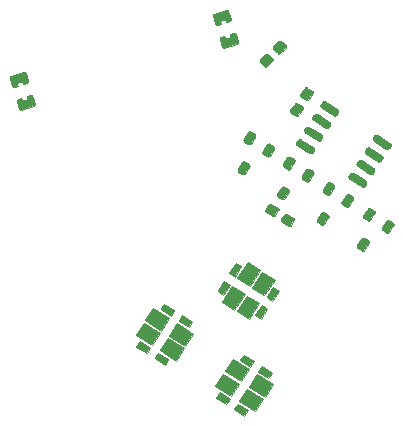
<source format=gtp>
G04 #@! TF.GenerationSoftware,KiCad,Pcbnew,5.0.2+dfsg1-1*
G04 #@! TF.CreationDate,2021-09-10T13:15:43+02:00*
G04 #@! TF.ProjectId,facet_v1,66616365-745f-4763-912e-6b696361645f,rev?*
G04 #@! TF.SameCoordinates,Original*
G04 #@! TF.FileFunction,Paste,Top*
G04 #@! TF.FilePolarity,Positive*
%FSLAX46Y46*%
G04 Gerber Fmt 4.6, Leading zero omitted, Abs format (unit mm)*
G04 Created by KiCad (PCBNEW 5.0.2+dfsg1-1) date Fri 10 Sep 2021 01:15:43 PM CEST*
%MOMM*%
%LPD*%
G01*
G04 APERTURE LIST*
%ADD10C,0.000001*%
G04 APERTURE END LIST*
D10*
G04 #@! TO.C,*
G36*
X9029983Y19894074D02*
X9029986Y19894072D01*
X8989869Y19914961D01*
X8947948Y19928025D01*
X8905183Y19933475D01*
X8862536Y19931524D01*
X8820967Y19922382D01*
X8781436Y19906261D01*
X8744905Y19883371D01*
X8712334Y19853924D01*
X8684683Y19818132D01*
X8630813Y19733882D01*
X8609925Y19693765D01*
X8596861Y19651845D01*
X8591410Y19609082D01*
X8593361Y19566436D01*
X8602503Y19524868D01*
X8618624Y19485338D01*
X8641514Y19448807D01*
X8670961Y19416234D01*
X8706753Y19388581D01*
X9675604Y18769041D01*
X9715720Y18748153D01*
X9757641Y18735090D01*
X9800405Y18729639D01*
X9843052Y18731591D01*
X9884621Y18740732D01*
X9924152Y18756853D01*
X9960683Y18779743D01*
X9993254Y18809189D01*
X10020905Y18844981D01*
X10074775Y18929231D01*
X10095662Y18969348D01*
X10108726Y19011269D01*
X10114176Y19054034D01*
X10112224Y19096681D01*
X10103083Y19138251D01*
X10086961Y19177782D01*
X10064072Y19214313D01*
X10034626Y19246884D01*
X9998835Y19274535D01*
X9029983Y19894074D01*
X9029983Y19894074D01*
G37*
X9029983Y19894074D02*
X9029986Y19894072D01*
X8989869Y19914961D01*
X8947948Y19928025D01*
X8905183Y19933475D01*
X8862536Y19931524D01*
X8820967Y19922382D01*
X8781436Y19906261D01*
X8744905Y19883371D01*
X8712334Y19853924D01*
X8684683Y19818132D01*
X8630813Y19733882D01*
X8609925Y19693765D01*
X8596861Y19651845D01*
X8591410Y19609082D01*
X8593361Y19566436D01*
X8602503Y19524868D01*
X8618624Y19485338D01*
X8641514Y19448807D01*
X8670961Y19416234D01*
X8706753Y19388581D01*
X9675604Y18769041D01*
X9715720Y18748153D01*
X9757641Y18735090D01*
X9800405Y18729639D01*
X9843052Y18731591D01*
X9884621Y18740732D01*
X9924152Y18756853D01*
X9960683Y18779743D01*
X9993254Y18809189D01*
X10020905Y18844981D01*
X10074775Y18929231D01*
X10095662Y18969348D01*
X10108726Y19011269D01*
X10114176Y19054034D01*
X10112224Y19096681D01*
X10103083Y19138251D01*
X10086961Y19177782D01*
X10064072Y19214313D01*
X10034626Y19246884D01*
X9998835Y19274535D01*
X9029983Y19894074D01*
G36*
X8345797Y18824126D02*
X8345790Y18824124D01*
X8305673Y18845013D01*
X8263753Y18858077D01*
X8220989Y18863527D01*
X8178343Y18861576D01*
X8136774Y18852434D01*
X8097244Y18836313D01*
X8060712Y18813423D01*
X8028139Y18783976D01*
X8000486Y18748184D01*
X7946616Y18663934D01*
X7925728Y18623818D01*
X7912665Y18581899D01*
X7907214Y18539136D01*
X7909165Y18496490D01*
X7918307Y18454921D01*
X7934428Y18415391D01*
X7957317Y18378859D01*
X7986764Y18346286D01*
X8022556Y18318633D01*
X8991408Y17699093D01*
X9031524Y17678206D01*
X9073444Y17665142D01*
X9116208Y17659692D01*
X9158855Y17661644D01*
X9200424Y17670785D01*
X9239955Y17686907D01*
X9276486Y17709796D01*
X9309057Y17739242D01*
X9336708Y17775033D01*
X9390578Y17859283D01*
X9411468Y17899400D01*
X9424534Y17941321D01*
X9429986Y17984086D01*
X9428036Y18026733D01*
X9418895Y18068303D01*
X9402774Y18107834D01*
X9379886Y18144365D01*
X9350440Y18176936D01*
X9314648Y18204587D01*
X8345797Y18824126D01*
X8345797Y18824126D01*
G37*
X8345797Y18824126D02*
X8345790Y18824124D01*
X8305673Y18845013D01*
X8263753Y18858077D01*
X8220989Y18863527D01*
X8178343Y18861576D01*
X8136774Y18852434D01*
X8097244Y18836313D01*
X8060712Y18813423D01*
X8028139Y18783976D01*
X8000486Y18748184D01*
X7946616Y18663934D01*
X7925728Y18623818D01*
X7912665Y18581899D01*
X7907214Y18539136D01*
X7909165Y18496490D01*
X7918307Y18454921D01*
X7934428Y18415391D01*
X7957317Y18378859D01*
X7986764Y18346286D01*
X8022556Y18318633D01*
X8991408Y17699093D01*
X9031524Y17678206D01*
X9073444Y17665142D01*
X9116208Y17659692D01*
X9158855Y17661644D01*
X9200424Y17670785D01*
X9239955Y17686907D01*
X9276486Y17709796D01*
X9309057Y17739242D01*
X9336708Y17775033D01*
X9390578Y17859283D01*
X9411468Y17899400D01*
X9424534Y17941321D01*
X9429986Y17984086D01*
X9428036Y18026733D01*
X9418895Y18068303D01*
X9402774Y18107834D01*
X9379886Y18144365D01*
X9350440Y18176936D01*
X9314648Y18204587D01*
X8345797Y18824126D01*
G36*
X7661610Y17754178D02*
X7661612Y17754176D01*
X7621495Y17775065D01*
X7579574Y17788129D01*
X7536809Y17793579D01*
X7494162Y17791628D01*
X7452593Y17782486D01*
X7413062Y17766365D01*
X7376531Y17743475D01*
X7343960Y17714028D01*
X7316309Y17678236D01*
X7262439Y17593986D01*
X7241551Y17553870D01*
X7228487Y17511951D01*
X7223037Y17469188D01*
X7224988Y17426542D01*
X7234129Y17384973D01*
X7250251Y17345443D01*
X7273140Y17308911D01*
X7302587Y17276338D01*
X7338379Y17248685D01*
X8307230Y16629145D01*
X8347346Y16608258D01*
X8389267Y16595194D01*
X8432031Y16589744D01*
X8474678Y16591696D01*
X8516247Y16600837D01*
X8555778Y16616959D01*
X8592309Y16639848D01*
X8624880Y16669294D01*
X8652531Y16705085D01*
X8706401Y16789335D01*
X8727289Y16829452D01*
X8740352Y16871373D01*
X8745802Y16914138D01*
X8743851Y16956785D01*
X8734709Y16998355D01*
X8718588Y17037886D01*
X8695699Y17074417D01*
X8666253Y17106988D01*
X8630461Y17134639D01*
X7661610Y17754178D01*
X7661610Y17754178D01*
G37*
X7661610Y17754178D02*
X7661612Y17754176D01*
X7621495Y17775065D01*
X7579574Y17788129D01*
X7536809Y17793579D01*
X7494162Y17791628D01*
X7452593Y17782486D01*
X7413062Y17766365D01*
X7376531Y17743475D01*
X7343960Y17714028D01*
X7316309Y17678236D01*
X7262439Y17593986D01*
X7241551Y17553870D01*
X7228487Y17511951D01*
X7223037Y17469188D01*
X7224988Y17426542D01*
X7234129Y17384973D01*
X7250251Y17345443D01*
X7273140Y17308911D01*
X7302587Y17276338D01*
X7338379Y17248685D01*
X8307230Y16629145D01*
X8347346Y16608258D01*
X8389267Y16595194D01*
X8432031Y16589744D01*
X8474678Y16591696D01*
X8516247Y16600837D01*
X8555778Y16616959D01*
X8592309Y16639848D01*
X8624880Y16669294D01*
X8652531Y16705085D01*
X8706401Y16789335D01*
X8727289Y16829452D01*
X8740352Y16871373D01*
X8745802Y16914138D01*
X8743851Y16956785D01*
X8734709Y16998355D01*
X8718588Y17037886D01*
X8695699Y17074417D01*
X8666253Y17106988D01*
X8630461Y17134639D01*
X7661610Y17754178D01*
G36*
X6977423Y16684230D02*
X6977416Y16684228D01*
X6937299Y16705117D01*
X6895379Y16718181D01*
X6852615Y16723631D01*
X6809969Y16721680D01*
X6768401Y16712538D01*
X6728870Y16696417D01*
X6692339Y16673527D01*
X6659766Y16644080D01*
X6632113Y16608288D01*
X6578243Y16524038D01*
X6557355Y16483922D01*
X6544291Y16442001D01*
X6538841Y16399237D01*
X6540792Y16356590D01*
X6549933Y16315021D01*
X6566055Y16275490D01*
X6588944Y16238959D01*
X6618391Y16206388D01*
X6654183Y16178737D01*
X7623035Y15559197D01*
X7663151Y15538310D01*
X7705071Y15525246D01*
X7747835Y15519796D01*
X7790482Y15521748D01*
X7832051Y15530889D01*
X7871582Y15547011D01*
X7908113Y15569900D01*
X7940684Y15599346D01*
X7968335Y15635137D01*
X8022205Y15719387D01*
X8043095Y15759504D01*
X8056161Y15801425D01*
X8061613Y15844190D01*
X8059663Y15886837D01*
X8050522Y15928407D01*
X8034401Y15967938D01*
X8011512Y16004469D01*
X7982066Y16037040D01*
X7946275Y16064691D01*
X6977423Y16684230D01*
X6977423Y16684230D01*
G37*
X6977423Y16684230D02*
X6977416Y16684228D01*
X6937299Y16705117D01*
X6895379Y16718181D01*
X6852615Y16723631D01*
X6809969Y16721680D01*
X6768401Y16712538D01*
X6728870Y16696417D01*
X6692339Y16673527D01*
X6659766Y16644080D01*
X6632113Y16608288D01*
X6578243Y16524038D01*
X6557355Y16483922D01*
X6544291Y16442001D01*
X6538841Y16399237D01*
X6540792Y16356590D01*
X6549933Y16315021D01*
X6566055Y16275490D01*
X6588944Y16238959D01*
X6618391Y16206388D01*
X6654183Y16178737D01*
X7623035Y15559197D01*
X7663151Y15538310D01*
X7705071Y15525246D01*
X7747835Y15519796D01*
X7790482Y15521748D01*
X7832051Y15530889D01*
X7871582Y15547011D01*
X7908113Y15569900D01*
X7940684Y15599346D01*
X7968335Y15635137D01*
X8022205Y15719387D01*
X8043095Y15759504D01*
X8056161Y15801425D01*
X8061613Y15844190D01*
X8059663Y15886837D01*
X8050522Y15928407D01*
X8034401Y15967938D01*
X8011512Y16004469D01*
X7982066Y16037040D01*
X7946275Y16064691D01*
X6977423Y16684230D01*
G36*
X13452997Y17065744D02*
X13452990Y17065742D01*
X13412873Y17086630D01*
X13370952Y17099694D01*
X13328188Y17105145D01*
X13285540Y17103193D01*
X13243971Y17094051D01*
X13204440Y17077930D01*
X13167908Y17055041D01*
X13135337Y17025594D01*
X13107686Y16989802D01*
X13053816Y16905552D01*
X13032928Y16865435D01*
X13019864Y16823514D01*
X13014414Y16780750D01*
X13016365Y16738103D01*
X13025507Y16696534D01*
X13041629Y16657004D01*
X13064518Y16620473D01*
X13093964Y16587902D01*
X13129756Y16560251D01*
X14098608Y15940711D01*
X14138724Y15919823D01*
X14180644Y15906760D01*
X14223408Y15901309D01*
X14266055Y15903261D01*
X14307624Y15912402D01*
X14347155Y15928523D01*
X14383686Y15951413D01*
X14416257Y15980859D01*
X14443908Y16016651D01*
X14497778Y16100901D01*
X14518668Y16141018D01*
X14531734Y16182939D01*
X14537186Y16225704D01*
X14535236Y16268351D01*
X14526095Y16309920D01*
X14509974Y16349451D01*
X14487086Y16385982D01*
X14457640Y16418553D01*
X14421848Y16446204D01*
X13452997Y17065744D01*
X13452997Y17065744D01*
G37*
X13452997Y17065744D02*
X13452990Y17065742D01*
X13412873Y17086630D01*
X13370952Y17099694D01*
X13328188Y17105145D01*
X13285540Y17103193D01*
X13243971Y17094051D01*
X13204440Y17077930D01*
X13167908Y17055041D01*
X13135337Y17025594D01*
X13107686Y16989802D01*
X13053816Y16905552D01*
X13032928Y16865435D01*
X13019864Y16823514D01*
X13014414Y16780750D01*
X13016365Y16738103D01*
X13025507Y16696534D01*
X13041629Y16657004D01*
X13064518Y16620473D01*
X13093964Y16587902D01*
X13129756Y16560251D01*
X14098608Y15940711D01*
X14138724Y15919823D01*
X14180644Y15906760D01*
X14223408Y15901309D01*
X14266055Y15903261D01*
X14307624Y15912402D01*
X14347155Y15928523D01*
X14383686Y15951413D01*
X14416257Y15980859D01*
X14443908Y16016651D01*
X14497778Y16100901D01*
X14518668Y16141018D01*
X14531734Y16182939D01*
X14537186Y16225704D01*
X14535236Y16268351D01*
X14526095Y16309920D01*
X14509974Y16349451D01*
X14487086Y16385982D01*
X14457640Y16418553D01*
X14421848Y16446204D01*
X13452997Y17065744D01*
G36*
X12768810Y15995796D02*
X12768812Y15995794D01*
X12728696Y16016682D01*
X12686775Y16029746D01*
X12644010Y16035197D01*
X12601363Y16033245D01*
X12559794Y16024103D01*
X12520263Y16007982D01*
X12483731Y15985093D01*
X12451160Y15955646D01*
X12423509Y15919854D01*
X12369639Y15835604D01*
X12348751Y15795488D01*
X12335688Y15753567D01*
X12330237Y15710803D01*
X12332188Y15668156D01*
X12341330Y15626587D01*
X12357452Y15587056D01*
X12380341Y15550525D01*
X12409787Y15517954D01*
X12445579Y15490303D01*
X13414430Y14870763D01*
X13454546Y14849876D01*
X13496467Y14836812D01*
X13539231Y14831362D01*
X13581878Y14833314D01*
X13623447Y14842455D01*
X13662978Y14858577D01*
X13699509Y14881466D01*
X13732080Y14910912D01*
X13759731Y14946703D01*
X13813601Y15030953D01*
X13834489Y15071070D01*
X13847552Y15112991D01*
X13853002Y15155756D01*
X13851051Y15198403D01*
X13841909Y15239972D01*
X13825788Y15279503D01*
X13802899Y15316034D01*
X13773453Y15348605D01*
X13737661Y15376256D01*
X12768810Y15995796D01*
X12768810Y15995796D01*
G37*
X12768810Y15995796D02*
X12768812Y15995794D01*
X12728696Y16016682D01*
X12686775Y16029746D01*
X12644010Y16035197D01*
X12601363Y16033245D01*
X12559794Y16024103D01*
X12520263Y16007982D01*
X12483731Y15985093D01*
X12451160Y15955646D01*
X12423509Y15919854D01*
X12369639Y15835604D01*
X12348751Y15795488D01*
X12335688Y15753567D01*
X12330237Y15710803D01*
X12332188Y15668156D01*
X12341330Y15626587D01*
X12357452Y15587056D01*
X12380341Y15550525D01*
X12409787Y15517954D01*
X12445579Y15490303D01*
X13414430Y14870763D01*
X13454546Y14849876D01*
X13496467Y14836812D01*
X13539231Y14831362D01*
X13581878Y14833314D01*
X13623447Y14842455D01*
X13662978Y14858577D01*
X13699509Y14881466D01*
X13732080Y14910912D01*
X13759731Y14946703D01*
X13813601Y15030953D01*
X13834489Y15071070D01*
X13847552Y15112991D01*
X13853002Y15155756D01*
X13851051Y15198403D01*
X13841909Y15239972D01*
X13825788Y15279503D01*
X13802899Y15316034D01*
X13773453Y15348605D01*
X13737661Y15376256D01*
X12768810Y15995796D01*
G36*
X12084623Y14925848D02*
X12084616Y14925846D01*
X12044500Y14946734D01*
X12002579Y14959798D01*
X11959814Y14965249D01*
X11917167Y14963297D01*
X11875598Y14954155D01*
X11836067Y14938034D01*
X11799535Y14915145D01*
X11766964Y14885698D01*
X11739313Y14849906D01*
X11685443Y14765656D01*
X11664555Y14725540D01*
X11651492Y14683619D01*
X11646041Y14640855D01*
X11647993Y14598208D01*
X11657135Y14556639D01*
X11673256Y14517108D01*
X11696145Y14480577D01*
X11725591Y14448006D01*
X11761383Y14420355D01*
X12730235Y13800815D01*
X12770351Y13779928D01*
X12812271Y13766864D01*
X12855035Y13761414D01*
X12897682Y13763366D01*
X12939251Y13772507D01*
X12978782Y13788629D01*
X13015313Y13811518D01*
X13047884Y13840964D01*
X13075535Y13876755D01*
X13129405Y13961005D01*
X13150295Y14001122D01*
X13163361Y14043043D01*
X13168813Y14085808D01*
X13166863Y14128455D01*
X13157722Y14170024D01*
X13141601Y14209555D01*
X13118712Y14246086D01*
X13089266Y14278657D01*
X13053475Y14306308D01*
X12084623Y14925848D01*
X12084623Y14925848D01*
G37*
X12084623Y14925848D02*
X12084616Y14925846D01*
X12044500Y14946734D01*
X12002579Y14959798D01*
X11959814Y14965249D01*
X11917167Y14963297D01*
X11875598Y14954155D01*
X11836067Y14938034D01*
X11799535Y14915145D01*
X11766964Y14885698D01*
X11739313Y14849906D01*
X11685443Y14765656D01*
X11664555Y14725540D01*
X11651492Y14683619D01*
X11646041Y14640855D01*
X11647993Y14598208D01*
X11657135Y14556639D01*
X11673256Y14517108D01*
X11696145Y14480577D01*
X11725591Y14448006D01*
X11761383Y14420355D01*
X12730235Y13800815D01*
X12770351Y13779928D01*
X12812271Y13766864D01*
X12855035Y13761414D01*
X12897682Y13763366D01*
X12939251Y13772507D01*
X12978782Y13788629D01*
X13015313Y13811518D01*
X13047884Y13840964D01*
X13075535Y13876755D01*
X13129405Y13961005D01*
X13150295Y14001122D01*
X13163361Y14043043D01*
X13168813Y14085808D01*
X13166863Y14128455D01*
X13157722Y14170024D01*
X13141601Y14209555D01*
X13118712Y14246086D01*
X13089266Y14278657D01*
X13053475Y14306308D01*
X12084623Y14925848D01*
G36*
X11400437Y13855900D02*
X11400439Y13855898D01*
X11360322Y13876786D01*
X11318401Y13889850D01*
X11275637Y13895301D01*
X11232990Y13893349D01*
X11191420Y13884207D01*
X11151889Y13868086D01*
X11115358Y13845197D01*
X11082787Y13815750D01*
X11055136Y13779958D01*
X11001266Y13695708D01*
X10980378Y13655592D01*
X10967315Y13613671D01*
X10961864Y13570907D01*
X10963815Y13528260D01*
X10972957Y13486691D01*
X10989079Y13447160D01*
X11011968Y13410629D01*
X11041414Y13378058D01*
X11077206Y13350407D01*
X12046057Y12730867D01*
X12086173Y12709979D01*
X12128094Y12696916D01*
X12170858Y12691466D01*
X12213505Y12693417D01*
X12255074Y12702559D01*
X12294605Y12718680D01*
X12331136Y12741569D01*
X12363707Y12771015D01*
X12391358Y12806807D01*
X12445228Y12891057D01*
X12466116Y12931174D01*
X12479179Y12973095D01*
X12484629Y13015860D01*
X12482678Y13058507D01*
X12473536Y13100076D01*
X12457415Y13139607D01*
X12434526Y13176138D01*
X12405080Y13208709D01*
X12369288Y13236360D01*
X11400437Y13855900D01*
X11400437Y13855900D01*
G37*
X11400437Y13855900D02*
X11400439Y13855898D01*
X11360322Y13876786D01*
X11318401Y13889850D01*
X11275637Y13895301D01*
X11232990Y13893349D01*
X11191420Y13884207D01*
X11151889Y13868086D01*
X11115358Y13845197D01*
X11082787Y13815750D01*
X11055136Y13779958D01*
X11001266Y13695708D01*
X10980378Y13655592D01*
X10967315Y13613671D01*
X10961864Y13570907D01*
X10963815Y13528260D01*
X10972957Y13486691D01*
X10989079Y13447160D01*
X11011968Y13410629D01*
X11041414Y13378058D01*
X11077206Y13350407D01*
X12046057Y12730867D01*
X12086173Y12709979D01*
X12128094Y12696916D01*
X12170858Y12691466D01*
X12213505Y12693417D01*
X12255074Y12702559D01*
X12294605Y12718680D01*
X12331136Y12741569D01*
X12363707Y12771015D01*
X12391358Y12806807D01*
X12445228Y12891057D01*
X12466116Y12931174D01*
X12479179Y12973095D01*
X12484629Y13015860D01*
X12482678Y13058507D01*
X12473536Y13100076D01*
X12457415Y13139607D01*
X12434526Y13176138D01*
X12405080Y13208709D01*
X12369288Y13236360D01*
X11400437Y13855900D01*
G36*
X13805286Y9245155D02*
X13805283Y9245153D01*
X13788083Y9208243D01*
X13781405Y9169523D01*
X13784819Y9130959D01*
X13797894Y9094520D01*
X13820199Y9062170D01*
X13851303Y9035876D01*
X14185742Y8822016D01*
X14222661Y8804816D01*
X14261386Y8798145D01*
X14299950Y8801568D01*
X14336387Y8814650D01*
X14368732Y8836954D01*
X14395017Y8868046D01*
X14770495Y9455229D01*
X14787695Y9492136D01*
X14794373Y9530854D01*
X14790959Y9569416D01*
X14777884Y9605856D01*
X14755579Y9638205D01*
X14724475Y9664499D01*
X14390036Y9878358D01*
X14353120Y9895559D01*
X14314396Y9902231D01*
X14275832Y9898810D01*
X14239394Y9885731D01*
X14207049Y9863429D01*
X14180764Y9832338D01*
X13805286Y9245155D01*
X13805286Y9245155D01*
G37*
X13805286Y9245155D02*
X13805283Y9245153D01*
X13788083Y9208243D01*
X13781405Y9169523D01*
X13784819Y9130959D01*
X13797894Y9094520D01*
X13820199Y9062170D01*
X13851303Y9035876D01*
X14185742Y8822016D01*
X14222661Y8804816D01*
X14261386Y8798145D01*
X14299950Y8801568D01*
X14336387Y8814650D01*
X14368732Y8836954D01*
X14395017Y8868046D01*
X14770495Y9455229D01*
X14787695Y9492136D01*
X14794373Y9530854D01*
X14790959Y9569416D01*
X14777884Y9605856D01*
X14755579Y9638205D01*
X14724475Y9664499D01*
X14390036Y9878358D01*
X14353120Y9895559D01*
X14314396Y9902231D01*
X14275832Y9898810D01*
X14239394Y9885731D01*
X14207049Y9863429D01*
X14180764Y9832338D01*
X13805286Y9245155D01*
G36*
X12204576Y10268740D02*
X12204572Y10268735D01*
X12187372Y10231825D01*
X12180694Y10193105D01*
X12184108Y10154542D01*
X12197183Y10118103D01*
X12219488Y10085754D01*
X12250592Y10059460D01*
X12585030Y9845600D01*
X12621947Y9828403D01*
X12660672Y9821734D01*
X12699237Y9825156D01*
X12735677Y9838236D01*
X12768022Y9860539D01*
X12794308Y9891630D01*
X13169794Y10478812D01*
X13186990Y10515719D01*
X13193665Y10554438D01*
X13190249Y10593000D01*
X13177173Y10629439D01*
X13154868Y10661789D01*
X13123764Y10688083D01*
X12789325Y10901943D01*
X12752406Y10919144D01*
X12713682Y10925816D01*
X12675119Y10922395D01*
X12638683Y10909316D01*
X12606339Y10887014D01*
X12580054Y10855923D01*
X12204576Y10268740D01*
X12204576Y10268740D01*
G37*
X12204576Y10268740D02*
X12204572Y10268735D01*
X12187372Y10231825D01*
X12180694Y10193105D01*
X12184108Y10154542D01*
X12197183Y10118103D01*
X12219488Y10085754D01*
X12250592Y10059460D01*
X12585030Y9845600D01*
X12621947Y9828403D01*
X12660672Y9821734D01*
X12699237Y9825156D01*
X12735677Y9838236D01*
X12768022Y9860539D01*
X12794308Y9891630D01*
X13169794Y10478812D01*
X13186990Y10515719D01*
X13193665Y10554438D01*
X13190249Y10593000D01*
X13177173Y10629439D01*
X13154868Y10661789D01*
X13123764Y10688083D01*
X12789325Y10901943D01*
X12752406Y10919144D01*
X12713682Y10925816D01*
X12675119Y10922395D01*
X12638683Y10909316D01*
X12606339Y10887014D01*
X12580054Y10855923D01*
X12204576Y10268740D01*
G36*
X11711963Y7734973D02*
X11711956Y7734969D01*
X11694760Y7698063D01*
X11688085Y7659345D01*
X11691501Y7620784D01*
X11704577Y7584345D01*
X11726882Y7551996D01*
X11757986Y7525702D01*
X12092424Y7311842D01*
X12129340Y7294645D01*
X12168064Y7287973D01*
X12206628Y7291393D01*
X12243065Y7304471D01*
X12275410Y7326772D01*
X12301695Y7357862D01*
X12677174Y7945046D01*
X12694374Y7981957D01*
X12701052Y8020678D01*
X12697638Y8059242D01*
X12684563Y8095682D01*
X12662258Y8128032D01*
X12631154Y8154326D01*
X12296719Y8368186D01*
X12259800Y8385386D01*
X12221075Y8392057D01*
X12182510Y8388633D01*
X12146072Y8375552D01*
X12113727Y8353248D01*
X12087442Y8322156D01*
X11711963Y7734973D01*
X11711963Y7734973D01*
G37*
X11711963Y7734973D02*
X11711956Y7734969D01*
X11694760Y7698063D01*
X11688085Y7659345D01*
X11691501Y7620784D01*
X11704577Y7584345D01*
X11726882Y7551996D01*
X11757986Y7525702D01*
X12092424Y7311842D01*
X12129340Y7294645D01*
X12168064Y7287973D01*
X12206628Y7291393D01*
X12243065Y7304471D01*
X12275410Y7326772D01*
X12301695Y7357862D01*
X12677174Y7945046D01*
X12694374Y7981957D01*
X12701052Y8020678D01*
X12697638Y8059242D01*
X12684563Y8095682D01*
X12662258Y8128032D01*
X12631154Y8154326D01*
X12296719Y8368186D01*
X12259800Y8385386D01*
X12221075Y8392057D01*
X12182510Y8388633D01*
X12146072Y8375552D01*
X12113727Y8353248D01*
X12087442Y8322156D01*
X11711963Y7734973D01*
G36*
X3695541Y15709909D02*
X3695547Y15709906D01*
X3678347Y15672996D01*
X3671669Y15634275D01*
X3675083Y15595712D01*
X3688158Y15559272D01*
X3710463Y15526922D01*
X3741567Y15500628D01*
X4076004Y15286770D01*
X4112921Y15269573D01*
X4151645Y15262904D01*
X4190210Y15266326D01*
X4226649Y15279406D01*
X4258995Y15301709D01*
X4285281Y15332800D01*
X4660759Y15919983D01*
X4677955Y15956890D01*
X4684630Y15995609D01*
X4681214Y16034171D01*
X4668138Y16070610D01*
X4645833Y16102960D01*
X4614729Y16129254D01*
X4280292Y16343112D01*
X4243375Y16360313D01*
X4204652Y16366985D01*
X4166087Y16363564D01*
X4129649Y16350485D01*
X4097304Y16328183D01*
X4071019Y16297092D01*
X3695541Y15709909D01*
X3695541Y15709909D01*
G37*
X3695541Y15709909D02*
X3695547Y15709906D01*
X3678347Y15672996D01*
X3671669Y15634275D01*
X3675083Y15595712D01*
X3688158Y15559272D01*
X3710463Y15526922D01*
X3741567Y15500628D01*
X4076004Y15286770D01*
X4112921Y15269573D01*
X4151645Y15262904D01*
X4190210Y15266326D01*
X4226649Y15279406D01*
X4258995Y15301709D01*
X4285281Y15332800D01*
X4660759Y15919983D01*
X4677955Y15956890D01*
X4684630Y15995609D01*
X4681214Y16034171D01*
X4668138Y16070610D01*
X4645833Y16102960D01*
X4614729Y16129254D01*
X4280292Y16343112D01*
X4243375Y16360313D01*
X4204652Y16366985D01*
X4166087Y16363564D01*
X4129649Y16350485D01*
X4097304Y16328183D01*
X4071019Y16297092D01*
X3695541Y15709909D01*
G36*
X2094832Y16733495D02*
X2094835Y16733490D01*
X2077635Y16696580D01*
X2070957Y16657860D01*
X2074371Y16619297D01*
X2087446Y16582857D01*
X2109751Y16550508D01*
X2140855Y16524214D01*
X2475293Y16310354D01*
X2512210Y16293157D01*
X2550935Y16286488D01*
X2589501Y16289910D01*
X2625940Y16302990D01*
X2658285Y16325293D01*
X2684571Y16356384D01*
X3060049Y16943567D01*
X3077245Y16980474D01*
X3083920Y17019193D01*
X3080504Y17057755D01*
X3067428Y17094194D01*
X3045123Y17126544D01*
X3014019Y17152838D01*
X2679580Y17366697D01*
X2642665Y17383898D01*
X2603942Y17390570D01*
X2565378Y17387149D01*
X2528940Y17374070D01*
X2496595Y17351768D01*
X2470310Y17320677D01*
X2094832Y16733495D01*
X2094832Y16733495D01*
G37*
X2094832Y16733495D02*
X2094835Y16733490D01*
X2077635Y16696580D01*
X2070957Y16657860D01*
X2074371Y16619297D01*
X2087446Y16582857D01*
X2109751Y16550508D01*
X2140855Y16524214D01*
X2475293Y16310354D01*
X2512210Y16293157D01*
X2550935Y16286488D01*
X2589501Y16289910D01*
X2625940Y16302990D01*
X2658285Y16325293D01*
X2684571Y16356384D01*
X3060049Y16943567D01*
X3077245Y16980474D01*
X3083920Y17019193D01*
X3080504Y17057755D01*
X3067428Y17094194D01*
X3045123Y17126544D01*
X3014019Y17152838D01*
X2679580Y17366697D01*
X2642665Y17383898D01*
X2603942Y17390570D01*
X2565378Y17387149D01*
X2528940Y17374070D01*
X2496595Y17351768D01*
X2470310Y17320677D01*
X2094832Y16733495D01*
G36*
X1602218Y14199727D02*
X1602216Y14199726D01*
X1585020Y14162820D01*
X1578345Y14124102D01*
X1581761Y14085541D01*
X1594837Y14049102D01*
X1617142Y14016753D01*
X1648246Y13990459D01*
X1982684Y13776599D01*
X2019602Y13759398D01*
X2058326Y13752726D01*
X2096889Y13756146D01*
X2133326Y13769226D01*
X2165669Y13791528D01*
X2191954Y13822619D01*
X2567433Y14409802D01*
X2584633Y14446713D01*
X2591311Y14485434D01*
X2587897Y14523997D01*
X2574822Y14560437D01*
X2552517Y14592787D01*
X2521413Y14619081D01*
X2186974Y14832940D01*
X2150055Y14850140D01*
X2111330Y14856811D01*
X2072765Y14853387D01*
X2036327Y14840306D01*
X2003982Y14818002D01*
X1977697Y14786910D01*
X1602218Y14199727D01*
X1602218Y14199727D01*
G37*
X1602218Y14199727D02*
X1602216Y14199726D01*
X1585020Y14162820D01*
X1578345Y14124102D01*
X1581761Y14085541D01*
X1594837Y14049102D01*
X1617142Y14016753D01*
X1648246Y13990459D01*
X1982684Y13776599D01*
X2019602Y13759398D01*
X2058326Y13752726D01*
X2096889Y13756146D01*
X2133326Y13769226D01*
X2165669Y13791528D01*
X2191954Y13822619D01*
X2567433Y14409802D01*
X2584633Y14446713D01*
X2591311Y14485434D01*
X2587897Y14523997D01*
X2574822Y14560437D01*
X2552517Y14592787D01*
X2521413Y14619081D01*
X2186974Y14832940D01*
X2150055Y14850140D01*
X2111330Y14856811D01*
X2072765Y14853387D01*
X2036327Y14840306D01*
X2003982Y14818002D01*
X1977697Y14786910D01*
X1602218Y14199727D01*
G36*
X7927056Y20628999D02*
X7927053Y20628997D01*
X7944085Y20665544D01*
X7950697Y20703877D01*
X7947315Y20742052D01*
X7934369Y20778124D01*
X7912286Y20810148D01*
X7881493Y20836178D01*
X7460253Y21105544D01*
X7423707Y21122576D01*
X7385374Y21129188D01*
X7347199Y21125807D01*
X7311127Y21112860D01*
X7279103Y21090777D01*
X7253073Y21059984D01*
X6902900Y20512374D01*
X6885868Y20475827D01*
X6879256Y20437494D01*
X6882638Y20399319D01*
X6895584Y20363247D01*
X6917667Y20331224D01*
X6948460Y20305194D01*
X7369701Y20035828D01*
X7406248Y20018796D01*
X7444582Y20012184D01*
X7482757Y20015566D01*
X7518829Y20028512D01*
X7550853Y20050595D01*
X7576883Y20081388D01*
X7927056Y20628999D01*
X7927056Y20628999D01*
G37*
X7927056Y20628999D02*
X7927053Y20628997D01*
X7944085Y20665544D01*
X7950697Y20703877D01*
X7947315Y20742052D01*
X7934369Y20778124D01*
X7912286Y20810148D01*
X7881493Y20836178D01*
X7460253Y21105544D01*
X7423707Y21122576D01*
X7385374Y21129188D01*
X7347199Y21125807D01*
X7311127Y21112860D01*
X7279103Y21090777D01*
X7253073Y21059984D01*
X6902900Y20512374D01*
X6885868Y20475827D01*
X6879256Y20437494D01*
X6882638Y20399319D01*
X6895584Y20363247D01*
X6917667Y20331224D01*
X6948460Y20305194D01*
X7369701Y20035828D01*
X7406248Y20018796D01*
X7444582Y20012184D01*
X7482757Y20015566D01*
X7518829Y20028512D01*
X7550853Y20050595D01*
X7576883Y20081388D01*
X7927056Y20628999D01*
G36*
X7078557Y19302094D02*
X7078555Y19302091D01*
X7095587Y19338638D01*
X7102199Y19376972D01*
X7098818Y19415147D01*
X7085871Y19451219D01*
X7063788Y19483243D01*
X7032995Y19509273D01*
X6611754Y19778638D01*
X6575208Y19795670D01*
X6536875Y19802282D01*
X6498700Y19798901D01*
X6462629Y19785954D01*
X6430605Y19763871D01*
X6404575Y19733078D01*
X6054401Y19185468D01*
X6037369Y19148921D01*
X6030757Y19110588D01*
X6034138Y19072413D01*
X6047085Y19036341D01*
X6069168Y19004318D01*
X6099961Y18978288D01*
X6521201Y18708923D01*
X6557748Y18691891D01*
X6596082Y18685279D01*
X6634257Y18688660D01*
X6670329Y18701607D01*
X6702353Y18723690D01*
X6728383Y18754483D01*
X7078557Y19302094D01*
X7078557Y19302094D01*
G37*
X7078557Y19302094D02*
X7078555Y19302091D01*
X7095587Y19338638D01*
X7102199Y19376972D01*
X7098818Y19415147D01*
X7085871Y19451219D01*
X7063788Y19483243D01*
X7032995Y19509273D01*
X6611754Y19778638D01*
X6575208Y19795670D01*
X6536875Y19802282D01*
X6498700Y19798901D01*
X6462629Y19785954D01*
X6430605Y19763871D01*
X6404575Y19733078D01*
X6054401Y19185468D01*
X6037369Y19148921D01*
X6030757Y19110588D01*
X6034138Y19072413D01*
X6047085Y19036341D01*
X6069168Y19004318D01*
X6099961Y18978288D01*
X6521201Y18708923D01*
X6557748Y18691891D01*
X6596082Y18685279D01*
X6634257Y18688660D01*
X6670329Y18701607D01*
X6702353Y18723690D01*
X6728383Y18754483D01*
X7078557Y19302094D01*
G36*
X7023327Y13581928D02*
X7023325Y13581925D01*
X7006125Y13545015D01*
X6999447Y13506294D01*
X7002861Y13467731D01*
X7015936Y13431291D01*
X7038241Y13398941D01*
X7069345Y13372647D01*
X7403784Y13158788D01*
X7440703Y13141588D01*
X7479428Y13134917D01*
X7517992Y13138340D01*
X7554429Y13151422D01*
X7586774Y13173726D01*
X7613059Y13204818D01*
X7988537Y13792001D01*
X8005737Y13828908D01*
X8012415Y13867626D01*
X8009001Y13906188D01*
X7995926Y13942627D01*
X7973621Y13974976D01*
X7942517Y14001270D01*
X7608078Y14215130D01*
X7571161Y14232331D01*
X7532438Y14239003D01*
X7493873Y14235583D01*
X7457435Y14222503D01*
X7425090Y14200201D01*
X7398805Y14169110D01*
X7023327Y13581928D01*
X7023327Y13581928D01*
G37*
X7023327Y13581928D02*
X7023325Y13581925D01*
X7006125Y13545015D01*
X6999447Y13506294D01*
X7002861Y13467731D01*
X7015936Y13431291D01*
X7038241Y13398941D01*
X7069345Y13372647D01*
X7403784Y13158788D01*
X7440703Y13141588D01*
X7479428Y13134917D01*
X7517992Y13138340D01*
X7554429Y13151422D01*
X7586774Y13173726D01*
X7613059Y13204818D01*
X7988537Y13792001D01*
X8005737Y13828908D01*
X8012415Y13867626D01*
X8009001Y13906188D01*
X7995926Y13942627D01*
X7973621Y13974976D01*
X7942517Y14001270D01*
X7608078Y14215130D01*
X7571161Y14232331D01*
X7532438Y14239003D01*
X7493873Y14235583D01*
X7457435Y14222503D01*
X7425090Y14200201D01*
X7398805Y14169110D01*
X7023327Y13581928D01*
G36*
X5422618Y14605514D02*
X5422615Y14605512D01*
X5405415Y14568602D01*
X5398737Y14529881D01*
X5402151Y14491318D01*
X5415226Y14454878D01*
X5437531Y14422528D01*
X5468635Y14396234D01*
X5803074Y14182374D01*
X5839990Y14165177D01*
X5878714Y14158508D01*
X5917279Y14161930D01*
X5953718Y14175010D01*
X5986063Y14197313D01*
X6012349Y14228404D01*
X6387828Y14815586D01*
X6405028Y14852493D01*
X6411706Y14891211D01*
X6408292Y14929773D01*
X6395217Y14966213D01*
X6372912Y14998562D01*
X6341808Y15024856D01*
X6007369Y15238716D01*
X5970453Y15255917D01*
X5931729Y15262589D01*
X5893165Y15259168D01*
X5856727Y15246089D01*
X5824381Y15223787D01*
X5798096Y15192696D01*
X5422618Y14605514D01*
X5422618Y14605514D01*
G37*
X5422618Y14605514D02*
X5422615Y14605512D01*
X5405415Y14568602D01*
X5398737Y14529881D01*
X5402151Y14491318D01*
X5415226Y14454878D01*
X5437531Y14422528D01*
X5468635Y14396234D01*
X5803074Y14182374D01*
X5839990Y14165177D01*
X5878714Y14158508D01*
X5917279Y14161930D01*
X5953718Y14175010D01*
X5986063Y14197313D01*
X6012349Y14228404D01*
X6387828Y14815586D01*
X6405028Y14852493D01*
X6411706Y14891211D01*
X6408292Y14929773D01*
X6395217Y14966213D01*
X6372912Y14998562D01*
X6341808Y15024856D01*
X6007369Y15238716D01*
X5970453Y15255917D01*
X5931729Y15262589D01*
X5893165Y15259168D01*
X5856727Y15246089D01*
X5824381Y15223787D01*
X5798096Y15192696D01*
X5422618Y14605514D01*
G36*
X4930004Y12071746D02*
X4930005Y12071747D01*
X4912809Y12034840D01*
X4906134Y11996123D01*
X4909550Y11957561D01*
X4922626Y11921122D01*
X4944931Y11888772D01*
X4976035Y11862478D01*
X5310474Y11648618D01*
X5347392Y11631417D01*
X5386116Y11624745D01*
X5424679Y11628166D01*
X5461115Y11641245D01*
X5493458Y11663547D01*
X5519743Y11694638D01*
X5895221Y12281821D01*
X5912421Y12318733D01*
X5919099Y12357453D01*
X5915685Y12396017D01*
X5902610Y12432456D01*
X5880305Y12464806D01*
X5849201Y12491100D01*
X5514763Y12704959D01*
X5477846Y12722159D01*
X5439120Y12728830D01*
X5400555Y12725406D01*
X5364115Y12712325D01*
X5331769Y12690021D01*
X5305483Y12658929D01*
X4930004Y12071746D01*
X4930004Y12071746D01*
G37*
X4930004Y12071746D02*
X4930005Y12071747D01*
X4912809Y12034840D01*
X4906134Y11996123D01*
X4909550Y11957561D01*
X4922626Y11921122D01*
X4944931Y11888772D01*
X4976035Y11862478D01*
X5310474Y11648618D01*
X5347392Y11631417D01*
X5386116Y11624745D01*
X5424679Y11628166D01*
X5461115Y11641245D01*
X5493458Y11663547D01*
X5519743Y11694638D01*
X5895221Y12281821D01*
X5912421Y12318733D01*
X5919099Y12357453D01*
X5915685Y12396017D01*
X5902610Y12432456D01*
X5880305Y12464806D01*
X5849201Y12491100D01*
X5514763Y12704959D01*
X5477846Y12722159D01*
X5439120Y12728830D01*
X5400555Y12725406D01*
X5364115Y12712325D01*
X5331769Y12690021D01*
X5305483Y12658929D01*
X4930004Y12071746D01*
G36*
X10393242Y11427010D02*
X10393239Y11427008D01*
X10376039Y11390098D01*
X10369361Y11351377D01*
X10372775Y11312814D01*
X10385850Y11276374D01*
X10408155Y11244024D01*
X10439259Y11217730D01*
X10773698Y11003870D01*
X10810617Y10986670D01*
X10849342Y10979999D01*
X10887906Y10983422D01*
X10924343Y10996504D01*
X10956688Y11018808D01*
X10982973Y11049900D01*
X11358451Y11637082D01*
X11375651Y11673989D01*
X11382329Y11712707D01*
X11378915Y11751269D01*
X11365840Y11787709D01*
X11343535Y11820058D01*
X11312431Y11846352D01*
X10977993Y12060212D01*
X10941076Y12077413D01*
X10902353Y12084085D01*
X10863788Y12080664D01*
X10827350Y12067585D01*
X10795005Y12045283D01*
X10768720Y12014192D01*
X10393242Y11427010D01*
X10393242Y11427010D01*
G37*
X10393242Y11427010D02*
X10393239Y11427008D01*
X10376039Y11390098D01*
X10369361Y11351377D01*
X10372775Y11312814D01*
X10385850Y11276374D01*
X10408155Y11244024D01*
X10439259Y11217730D01*
X10773698Y11003870D01*
X10810617Y10986670D01*
X10849342Y10979999D01*
X10887906Y10983422D01*
X10924343Y10996504D01*
X10956688Y11018808D01*
X10982973Y11049900D01*
X11358451Y11637082D01*
X11375651Y11673989D01*
X11382329Y11712707D01*
X11378915Y11751269D01*
X11365840Y11787709D01*
X11343535Y11820058D01*
X11312431Y11846352D01*
X10977993Y12060212D01*
X10941076Y12077413D01*
X10902353Y12084085D01*
X10863788Y12080664D01*
X10827350Y12067585D01*
X10795005Y12045283D01*
X10768720Y12014192D01*
X10393242Y11427010D01*
G36*
X8792533Y12450595D02*
X8792530Y12450593D01*
X8775330Y12413683D01*
X8768652Y12374963D01*
X8772066Y12336400D01*
X8785141Y12299960D01*
X8807446Y12267610D01*
X8838550Y12241316D01*
X9172989Y12027456D01*
X9209908Y12010256D01*
X9248633Y12003585D01*
X9287197Y12007009D01*
X9323634Y12020090D01*
X9355979Y12042394D01*
X9382264Y12073486D01*
X9757743Y12660669D01*
X9774943Y12697576D01*
X9781621Y12736294D01*
X9778207Y12774856D01*
X9765132Y12811296D01*
X9742827Y12843645D01*
X9711723Y12869939D01*
X9377284Y13083798D01*
X9340368Y13100999D01*
X9301644Y13107671D01*
X9263080Y13104250D01*
X9226642Y13091171D01*
X9194296Y13068869D01*
X9168011Y13037778D01*
X8792533Y12450595D01*
X8792533Y12450595D01*
G37*
X8792533Y12450595D02*
X8792530Y12450593D01*
X8775330Y12413683D01*
X8768652Y12374963D01*
X8772066Y12336400D01*
X8785141Y12299960D01*
X8807446Y12267610D01*
X8838550Y12241316D01*
X9172989Y12027456D01*
X9209908Y12010256D01*
X9248633Y12003585D01*
X9287197Y12007009D01*
X9323634Y12020090D01*
X9355979Y12042394D01*
X9382264Y12073486D01*
X9757743Y12660669D01*
X9774943Y12697576D01*
X9781621Y12736294D01*
X9778207Y12774856D01*
X9765132Y12811296D01*
X9742827Y12843645D01*
X9711723Y12869939D01*
X9377284Y13083798D01*
X9340368Y13100999D01*
X9301644Y13107671D01*
X9263080Y13104250D01*
X9226642Y13091171D01*
X9194296Y13068869D01*
X9168011Y13037778D01*
X8792533Y12450595D01*
G36*
X8299919Y9916829D02*
X8282723Y9879922D01*
X8276049Y9841205D01*
X8279465Y9802643D01*
X8292541Y9766204D01*
X8314846Y9733854D01*
X8345950Y9707560D01*
X8680389Y9493700D01*
X8717307Y9476499D01*
X8756031Y9469827D01*
X8794594Y9473248D01*
X8831030Y9486327D01*
X8863373Y9508629D01*
X8889658Y9539720D01*
X9265136Y10126903D01*
X9282336Y10163814D01*
X9289014Y10202534D01*
X9285600Y10241098D01*
X9272525Y10277538D01*
X9250220Y10309887D01*
X9219116Y10336181D01*
X8884677Y10550041D01*
X8847760Y10567241D01*
X8809035Y10573912D01*
X8770469Y10570488D01*
X8734030Y10557407D01*
X8701684Y10535103D01*
X8675398Y10504011D01*
X8299919Y9916829D01*
X8299919Y9916829D01*
G37*
X8299919Y9916829D02*
X8282723Y9879922D01*
X8276049Y9841205D01*
X8279465Y9802643D01*
X8292541Y9766204D01*
X8314846Y9733854D01*
X8345950Y9707560D01*
X8680389Y9493700D01*
X8717307Y9476499D01*
X8756031Y9469827D01*
X8794594Y9473248D01*
X8831030Y9486327D01*
X8863373Y9508629D01*
X8889658Y9539720D01*
X9265136Y10126903D01*
X9282336Y10163814D01*
X9289014Y10202534D01*
X9285600Y10241098D01*
X9272525Y10277538D01*
X9250220Y10309887D01*
X9219116Y10336181D01*
X8884677Y10550041D01*
X8847760Y10567241D01*
X8809035Y10573912D01*
X8770469Y10570488D01*
X8734030Y10557407D01*
X8701684Y10535103D01*
X8675398Y10504011D01*
X8299919Y9916829D01*
G36*
X5882170Y9384287D02*
X5918717Y9367255D01*
X5957050Y9360644D01*
X5995226Y9364025D01*
X6031297Y9376972D01*
X6063321Y9399055D01*
X6089351Y9429848D01*
X6358715Y9851086D01*
X6375747Y9887633D01*
X6382359Y9925966D01*
X6378978Y9964142D01*
X6366031Y10000213D01*
X6343948Y10032237D01*
X6313155Y10058267D01*
X5765544Y10408440D01*
X5728997Y10425472D01*
X5690664Y10432084D01*
X5652489Y10428702D01*
X5616417Y10415756D01*
X5584393Y10393673D01*
X5558363Y10362880D01*
X5288999Y9941642D01*
X5271967Y9905095D01*
X5265355Y9866762D01*
X5268736Y9828586D01*
X5281683Y9792515D01*
X5303766Y9760491D01*
X5334559Y9734461D01*
X5882170Y9384287D01*
X5882170Y9384287D01*
G37*
X5882170Y9384287D02*
X5918717Y9367255D01*
X5957050Y9360644D01*
X5995226Y9364025D01*
X6031297Y9376972D01*
X6063321Y9399055D01*
X6089351Y9429848D01*
X6358715Y9851086D01*
X6375747Y9887633D01*
X6382359Y9925966D01*
X6378978Y9964142D01*
X6366031Y10000213D01*
X6343948Y10032237D01*
X6313155Y10058267D01*
X5765544Y10408440D01*
X5728997Y10425472D01*
X5690664Y10432084D01*
X5652489Y10428702D01*
X5616417Y10415756D01*
X5584393Y10393673D01*
X5558363Y10362880D01*
X5288999Y9941642D01*
X5271967Y9905095D01*
X5265355Y9866762D01*
X5268736Y9828586D01*
X5281683Y9792515D01*
X5303766Y9760491D01*
X5334559Y9734461D01*
X5882170Y9384287D01*
G36*
X4555267Y10232784D02*
X4591813Y10215752D01*
X4630147Y10209140D01*
X4668322Y10212522D01*
X4704394Y10225468D01*
X4736418Y10247551D01*
X4762448Y10278344D01*
X5031812Y10699582D01*
X5048844Y10736129D01*
X5055456Y10774462D01*
X5052075Y10812638D01*
X5039128Y10848709D01*
X5017045Y10880733D01*
X4986252Y10906763D01*
X4438640Y11256939D01*
X4402093Y11273971D01*
X4363759Y11280583D01*
X4325584Y11277202D01*
X4289512Y11264255D01*
X4257488Y11242172D01*
X4231458Y11211379D01*
X3962094Y10790141D01*
X3945062Y10753594D01*
X3938450Y10715261D01*
X3941831Y10677086D01*
X3954778Y10641014D01*
X3976861Y10608990D01*
X4007654Y10582960D01*
X4555267Y10232784D01*
X4555267Y10232784D01*
G37*
X4555267Y10232784D02*
X4591813Y10215752D01*
X4630147Y10209140D01*
X4668322Y10212522D01*
X4704394Y10225468D01*
X4736418Y10247551D01*
X4762448Y10278344D01*
X5031812Y10699582D01*
X5048844Y10736129D01*
X5055456Y10774462D01*
X5052075Y10812638D01*
X5039128Y10848709D01*
X5017045Y10880733D01*
X4986252Y10906763D01*
X4438640Y11256939D01*
X4402093Y11273971D01*
X4363759Y11280583D01*
X4325584Y11277202D01*
X4289512Y11264255D01*
X4257488Y11242172D01*
X4231458Y11211379D01*
X3962094Y10790141D01*
X3945062Y10753594D01*
X3938450Y10715261D01*
X3941831Y10677086D01*
X3954778Y10641014D01*
X3976861Y10608990D01*
X4007654Y10582960D01*
X4555267Y10232784D01*
G36*
X-4586734Y-2383871D02*
X-4285044Y-1912081D01*
X-5144373Y-1362577D01*
X-5446062Y-1834367D01*
X-4586734Y-2383871D01*
X-4586734Y-2383871D01*
G37*
X-4586734Y-2383871D02*
X-4285044Y-1912081D01*
X-5144373Y-1362577D01*
X-5446062Y-1834367D01*
X-4586734Y-2383871D01*
G36*
X-2550337Y800698D02*
X-2248647Y1272488D01*
X-3107975Y1821992D01*
X-3409665Y1350202D01*
X-2550337Y800698D01*
X-2550337Y800698D01*
G37*
X-2550337Y800698D02*
X-2248647Y1272488D01*
X-3107975Y1821992D01*
X-3409665Y1350202D01*
X-2550337Y800698D01*
G36*
X-3661716Y-2013909D02*
X-2993690Y-969234D01*
X-4341655Y-107267D01*
X-5009681Y-1151942D01*
X-3661716Y-2013909D01*
X-3661716Y-2013909D01*
G37*
X-3661716Y-2013909D02*
X-2993690Y-969234D01*
X-4341655Y-107267D01*
X-5009681Y-1151942D01*
X-3661716Y-2013909D01*
G36*
X-2864400Y-767047D02*
X-2196376Y277625D01*
X-3544341Y1139592D01*
X-4212365Y94920D01*
X-2864400Y-767047D01*
X-2864400Y-767047D01*
G37*
X-2864400Y-767047D02*
X-2196376Y277625D01*
X-3544341Y1139592D01*
X-4212365Y94920D01*
X-2864400Y-767047D01*
G36*
X-6120083Y-1403359D02*
X-5818394Y-931569D01*
X-6677722Y-382065D01*
X-6979412Y-853855D01*
X-6120083Y-1403359D01*
X-6120083Y-1403359D01*
G37*
X-6120083Y-1403359D02*
X-5818394Y-931569D01*
X-6677722Y-382065D01*
X-6979412Y-853855D01*
X-6120083Y-1403359D01*
G36*
X-4083686Y1781210D02*
X-3781996Y2253000D01*
X-4641323Y2802503D01*
X-4943013Y2330713D01*
X-4083686Y1781210D01*
X-4083686Y1781210D01*
G37*
X-4083686Y1781210D02*
X-3781996Y2253000D01*
X-4641323Y2802503D01*
X-4943013Y2330713D01*
X-4083686Y1781210D01*
G36*
X-5683702Y-720934D02*
X-5015676Y323740D01*
X-6363641Y1185707D01*
X-7031667Y141033D01*
X-5683702Y-720934D01*
X-5683702Y-720934D01*
G37*
X-5683702Y-720934D02*
X-5015676Y323740D01*
X-6363641Y1185707D01*
X-7031667Y141033D01*
X-5683702Y-720934D01*
G36*
X-4886386Y525928D02*
X-4218362Y1570600D01*
X-5566328Y2432567D01*
X-6234351Y1387895D01*
X-4886386Y525928D01*
X-4886386Y525928D01*
G37*
X-4886386Y525928D02*
X-4218362Y1570600D01*
X-5566328Y2432567D01*
X-6234351Y1387895D01*
X-4886386Y525928D01*
G36*
X2098494Y-1507339D02*
X1796806Y-1979126D01*
X2656136Y-2528630D01*
X2957824Y-2056843D01*
X2098494Y-1507339D01*
X2098494Y-1507339D01*
G37*
X2098494Y-1507339D02*
X1796806Y-1979126D01*
X2656136Y-2528630D01*
X2957824Y-2056843D01*
X2098494Y-1507339D01*
G36*
X62097Y-4691908D02*
X-239592Y-5163697D01*
X619737Y-5713201D01*
X921426Y-5241412D01*
X62097Y-4691908D01*
X62097Y-4691908D01*
G37*
X62097Y-4691908D02*
X-239592Y-5163697D01*
X619737Y-5713201D01*
X921426Y-5241412D01*
X62097Y-4691908D01*
G36*
X1173477Y-1877300D02*
X505451Y-2921976D01*
X1853417Y-3783942D01*
X2521442Y-2739267D01*
X1173477Y-1877300D01*
X1173477Y-1877300D01*
G37*
X1173477Y-1877300D02*
X505451Y-2921976D01*
X1853417Y-3783942D01*
X2521442Y-2739267D01*
X1173477Y-1877300D01*
G36*
X376163Y-3124160D02*
X-291863Y-4168835D01*
X1056103Y-5030802D01*
X1724129Y-3986126D01*
X376163Y-3124160D01*
X376163Y-3124160D01*
G37*
X376163Y-3124160D02*
X-291863Y-4168835D01*
X1056103Y-5030802D01*
X1724129Y-3986126D01*
X376163Y-3124160D01*
G36*
X3631844Y-2487851D02*
X3330156Y-2959638D01*
X4189485Y-3509143D01*
X4491173Y-3037355D01*
X3631844Y-2487851D01*
X3631844Y-2487851D01*
G37*
X3631844Y-2487851D02*
X3330156Y-2959638D01*
X4189485Y-3509143D01*
X4491173Y-3037355D01*
X3631844Y-2487851D01*
G36*
X1595446Y-5672420D02*
X1293757Y-6144209D01*
X2153086Y-6693713D01*
X2454775Y-6221924D01*
X1595446Y-5672420D01*
X1595446Y-5672420D01*
G37*
X1595446Y-5672420D02*
X1293757Y-6144209D01*
X2153086Y-6693713D01*
X2454775Y-6221924D01*
X1595446Y-5672420D01*
G36*
X3195462Y-3170274D02*
X2527437Y-4214950D01*
X3875402Y-5076917D01*
X4543428Y-4032241D01*
X3195462Y-3170274D01*
X3195462Y-3170274D01*
G37*
X3195462Y-3170274D02*
X2527437Y-4214950D01*
X3875402Y-5076917D01*
X4543428Y-4032241D01*
X3195462Y-3170274D01*
G36*
X2398149Y-4417134D02*
X1730123Y-5461809D01*
X3078088Y-6323776D01*
X3746114Y-5279100D01*
X2398149Y-4417134D01*
X2398149Y-4417134D01*
G37*
X2398149Y-4417134D02*
X1730123Y-5461809D01*
X3078088Y-6323776D01*
X3746114Y-5279100D01*
X2398149Y-4417134D01*
G36*
X-104872Y3863955D02*
X366915Y3562267D01*
X916420Y4421595D01*
X444632Y4723283D01*
X-104872Y3863955D01*
X-104872Y3863955D01*
G37*
X-104872Y3863955D02*
X366915Y3562267D01*
X916420Y4421595D01*
X444632Y4723283D01*
X-104872Y3863955D01*
G36*
X3079697Y1827558D02*
X3551486Y1525869D01*
X4100990Y2385197D01*
X3629201Y2686886D01*
X3079697Y1827558D01*
X3079697Y1827558D01*
G37*
X3079697Y1827558D02*
X3551486Y1525869D01*
X4100990Y2385197D01*
X3629201Y2686886D01*
X3079697Y1827558D01*
G36*
X265088Y2938935D02*
X1309761Y2270911D01*
X2171729Y3618878D01*
X1127056Y4286902D01*
X265088Y2938935D01*
X265088Y2938935D01*
G37*
X265088Y2938935D02*
X1309761Y2270911D01*
X2171729Y3618878D01*
X1127056Y4286902D01*
X265088Y2938935D01*
G36*
X1511948Y2141621D02*
X2556623Y1473596D01*
X3418591Y2821562D01*
X2373916Y3489588D01*
X1511948Y2141621D01*
X1511948Y2141621D01*
G37*
X1511948Y2141621D02*
X2556623Y1473596D01*
X3418591Y2821562D01*
X2373916Y3489588D01*
X1511948Y2141621D01*
G36*
X875640Y5397304D02*
X1347427Y5095616D01*
X1896931Y5954943D01*
X1425143Y6256631D01*
X875640Y5397304D01*
X875640Y5397304D01*
G37*
X875640Y5397304D02*
X1347427Y5095616D01*
X1896931Y5954943D01*
X1425143Y6256631D01*
X875640Y5397304D01*
G36*
X4060209Y3360907D02*
X4531998Y3059218D01*
X5081501Y3918544D01*
X4609712Y4220234D01*
X4060209Y3360907D01*
X4060209Y3360907D01*
G37*
X4060209Y3360907D02*
X4531998Y3059218D01*
X5081501Y3918544D01*
X4609712Y4220234D01*
X4060209Y3360907D01*
G36*
X1558064Y4960923D02*
X2602737Y4292899D01*
X3464704Y5640864D01*
X2420031Y6308888D01*
X1558064Y4960923D01*
X1558064Y4960923D01*
G37*
X1558064Y4960923D02*
X2602737Y4292899D01*
X3464704Y5640864D01*
X2420031Y6308888D01*
X1558064Y4960923D01*
G36*
X2804924Y4163609D02*
X3849599Y3495583D01*
X4711565Y4843549D01*
X3666891Y5511574D01*
X2804924Y4163609D01*
X2804924Y4163609D01*
G37*
X2804924Y4163609D02*
X3849599Y3495583D01*
X4711565Y4843549D01*
X3666891Y5511574D01*
X2804924Y4163609D01*
G36*
X-15777010Y20341837D02*
X-15793813Y20378518D01*
X-15818730Y20408462D01*
X-15849999Y20430715D01*
X-15885861Y20444321D01*
X-15924556Y20448323D01*
X-15964322Y20441767D01*
X-16250910Y20354027D01*
X-16221560Y20258167D01*
X-16214999Y20218390D01*
X-16218999Y20179693D01*
X-16232605Y20143832D01*
X-16254861Y20112566D01*
X-16284811Y20087652D01*
X-16321500Y20070848D01*
X-16512713Y20012308D01*
X-16552482Y20005706D01*
X-16591152Y20009612D01*
X-16626976Y20023097D01*
X-16658204Y20045230D01*
X-16683087Y20075084D01*
X-16699877Y20111728D01*
X-16729227Y20207588D01*
X-17015840Y20119838D01*
X-17052502Y20102996D01*
X-17082414Y20077990D01*
X-17104627Y20046605D01*
X-17118192Y20010625D01*
X-17122159Y19971836D01*
X-17115580Y19932022D01*
X-16925420Y19310908D01*
X-16908581Y19274238D01*
X-16883576Y19244321D01*
X-16852191Y19222104D01*
X-16816212Y19208536D01*
X-16777426Y19204565D01*
X-16737620Y19211138D01*
X-15686110Y19533070D01*
X-15649484Y19549901D01*
X-15619659Y19574878D01*
X-15597560Y19606226D01*
X-15584107Y19642169D01*
X-15580223Y19680928D01*
X-15586830Y19720729D01*
X-15777010Y20341837D01*
X-15777010Y20341837D01*
G37*
X-15777010Y20341837D02*
X-15793813Y20378518D01*
X-15818730Y20408462D01*
X-15849999Y20430715D01*
X-15885861Y20444321D01*
X-15924556Y20448323D01*
X-15964322Y20441767D01*
X-16250910Y20354027D01*
X-16221560Y20258167D01*
X-16214999Y20218390D01*
X-16218999Y20179693D01*
X-16232605Y20143832D01*
X-16254861Y20112566D01*
X-16284811Y20087652D01*
X-16321500Y20070848D01*
X-16512713Y20012308D01*
X-16552482Y20005706D01*
X-16591152Y20009612D01*
X-16626976Y20023097D01*
X-16658204Y20045230D01*
X-16683087Y20075084D01*
X-16699877Y20111728D01*
X-16729227Y20207588D01*
X-17015840Y20119838D01*
X-17052502Y20102996D01*
X-17082414Y20077990D01*
X-17104627Y20046605D01*
X-17118192Y20010625D01*
X-17122159Y19971836D01*
X-17115580Y19932022D01*
X-16925420Y19310908D01*
X-16908581Y19274238D01*
X-16883576Y19244321D01*
X-16852191Y19222104D01*
X-16816212Y19208536D01*
X-16777426Y19204565D01*
X-16737620Y19211138D01*
X-15686110Y19533070D01*
X-15649484Y19549901D01*
X-15619659Y19574878D01*
X-15597560Y19606226D01*
X-15584107Y19642169D01*
X-15580223Y19680928D01*
X-15586830Y19720729D01*
X-15777010Y20341837D01*
G36*
X-16377146Y22302030D02*
X-16393985Y22338700D01*
X-16418991Y22368617D01*
X-16450379Y22390833D01*
X-16486363Y22404399D01*
X-16525155Y22408368D01*
X-16564972Y22401790D01*
X-17616482Y22079859D01*
X-17653154Y22063017D01*
X-17683069Y22038012D01*
X-17705281Y22006627D01*
X-17718843Y21970649D01*
X-17722809Y21931862D01*
X-17716232Y21892051D01*
X-17526069Y21270936D01*
X-17509232Y21234266D01*
X-17484231Y21204347D01*
X-17452849Y21182129D01*
X-17416872Y21168561D01*
X-17378084Y21164590D01*
X-17338269Y21171166D01*
X-17051655Y21258916D01*
X-17081005Y21354776D01*
X-17087603Y21394541D01*
X-17083696Y21433210D01*
X-17070211Y21469034D01*
X-17048078Y21500264D01*
X-17018223Y21525151D01*
X-16981575Y21541945D01*
X-16790364Y21600485D01*
X-16750558Y21607098D01*
X-16711794Y21603219D01*
X-16675849Y21589770D01*
X-16644501Y21567671D01*
X-16619525Y21537842D01*
X-16602698Y21501205D01*
X-16573348Y21405345D01*
X-16286759Y21493085D01*
X-16250095Y21509927D01*
X-16220178Y21534934D01*
X-16197958Y21566319D01*
X-16184384Y21602299D01*
X-16180408Y21641087D01*
X-16186979Y21680900D01*
X-16377146Y22302030D01*
X-16377146Y22302030D01*
G37*
X-16377146Y22302030D02*
X-16393985Y22338700D01*
X-16418991Y22368617D01*
X-16450379Y22390833D01*
X-16486363Y22404399D01*
X-16525155Y22408368D01*
X-16564972Y22401790D01*
X-17616482Y22079859D01*
X-17653154Y22063017D01*
X-17683069Y22038012D01*
X-17705281Y22006627D01*
X-17718843Y21970649D01*
X-17722809Y21931862D01*
X-17716232Y21892051D01*
X-17526069Y21270936D01*
X-17509232Y21234266D01*
X-17484231Y21204347D01*
X-17452849Y21182129D01*
X-17416872Y21168561D01*
X-17378084Y21164590D01*
X-17338269Y21171166D01*
X-17051655Y21258916D01*
X-17081005Y21354776D01*
X-17087603Y21394541D01*
X-17083696Y21433210D01*
X-17070211Y21469034D01*
X-17048078Y21500264D01*
X-17018223Y21525151D01*
X-16981575Y21541945D01*
X-16790364Y21600485D01*
X-16750558Y21607098D01*
X-16711794Y21603219D01*
X-16675849Y21589770D01*
X-16644501Y21567671D01*
X-16619525Y21537842D01*
X-16602698Y21501205D01*
X-16573348Y21405345D01*
X-16286759Y21493085D01*
X-16250095Y21509927D01*
X-16220178Y21534934D01*
X-16197958Y21566319D01*
X-16184384Y21602299D01*
X-16180408Y21641087D01*
X-16186979Y21680900D01*
X-16377146Y22302030D01*
G36*
X1408597Y25604421D02*
X1391794Y25641102D01*
X1366877Y25671046D01*
X1335608Y25693299D01*
X1299746Y25706905D01*
X1261052Y25710907D01*
X1221285Y25704351D01*
X934698Y25616611D01*
X964048Y25520751D01*
X970609Y25480974D01*
X966609Y25442276D01*
X953003Y25406415D01*
X930747Y25375149D01*
X900797Y25350235D01*
X864108Y25333432D01*
X672895Y25274892D01*
X633127Y25268291D01*
X594457Y25272199D01*
X558634Y25285685D01*
X527407Y25307819D01*
X502522Y25337671D01*
X485728Y25374312D01*
X456378Y25470172D01*
X169762Y25382422D01*
X133101Y25365580D01*
X103189Y25340575D01*
X80975Y25309192D01*
X67409Y25273214D01*
X63438Y25234426D01*
X70012Y25194614D01*
X260174Y24573498D01*
X277013Y24536828D01*
X302018Y24506911D01*
X333403Y24484694D01*
X369381Y24471126D01*
X408167Y24467155D01*
X447973Y24473728D01*
X1499484Y24795661D01*
X1536110Y24812492D01*
X1565934Y24837469D01*
X1588034Y24868817D01*
X1601487Y24904759D01*
X1605371Y24943519D01*
X1598764Y24983320D01*
X1408597Y25604421D01*
X1408597Y25604421D01*
G37*
X1408597Y25604421D02*
X1391794Y25641102D01*
X1366877Y25671046D01*
X1335608Y25693299D01*
X1299746Y25706905D01*
X1261052Y25710907D01*
X1221285Y25704351D01*
X934698Y25616611D01*
X964048Y25520751D01*
X970609Y25480974D01*
X966609Y25442276D01*
X953003Y25406415D01*
X930747Y25375149D01*
X900797Y25350235D01*
X864108Y25333432D01*
X672895Y25274892D01*
X633127Y25268291D01*
X594457Y25272199D01*
X558634Y25285685D01*
X527407Y25307819D01*
X502522Y25337671D01*
X485728Y25374312D01*
X456378Y25470172D01*
X169762Y25382422D01*
X133101Y25365580D01*
X103189Y25340575D01*
X80975Y25309192D01*
X67409Y25273214D01*
X63438Y25234426D01*
X70012Y25194614D01*
X260174Y24573498D01*
X277013Y24536828D01*
X302018Y24506911D01*
X333403Y24484694D01*
X369381Y24471126D01*
X408167Y24467155D01*
X447973Y24473728D01*
X1499484Y24795661D01*
X1536110Y24812492D01*
X1565934Y24837469D01*
X1588034Y24868817D01*
X1601487Y24904759D01*
X1605371Y24943519D01*
X1598764Y24983320D01*
X1408597Y25604421D01*
G36*
X808463Y27564614D02*
X791624Y27601284D01*
X766617Y27631201D01*
X735230Y27653417D01*
X699246Y27666984D01*
X660454Y27670952D01*
X620638Y27664374D01*
X-430874Y27342444D01*
X-467546Y27325602D01*
X-497461Y27300597D01*
X-519673Y27269212D01*
X-533235Y27233234D01*
X-537201Y27194446D01*
X-530624Y27154635D01*
X-340462Y26533514D01*
X-323625Y26496844D01*
X-298624Y26466925D01*
X-267242Y26444707D01*
X-231265Y26431139D01*
X-192477Y26427168D01*
X-152662Y26433744D01*
X133952Y26521494D01*
X104602Y26617354D01*
X98004Y26657119D01*
X101911Y26695788D01*
X115394Y26731611D01*
X137526Y26762841D01*
X167378Y26787727D01*
X204022Y26804521D01*
X395233Y26863061D01*
X435039Y26869674D01*
X473803Y26865795D01*
X509748Y26852346D01*
X541096Y26830247D01*
X566072Y26800418D01*
X582899Y26763781D01*
X612249Y26667921D01*
X898836Y26755661D01*
X935500Y26772503D01*
X965417Y26797510D01*
X987638Y26828896D01*
X1001212Y26864876D01*
X1005188Y26903666D01*
X998616Y26943479D01*
X808463Y27564614D01*
X808463Y27564614D01*
G37*
X808463Y27564614D02*
X791624Y27601284D01*
X766617Y27631201D01*
X735230Y27653417D01*
X699246Y27666984D01*
X660454Y27670952D01*
X620638Y27664374D01*
X-430874Y27342444D01*
X-467546Y27325602D01*
X-497461Y27300597D01*
X-519673Y27269212D01*
X-533235Y27233234D01*
X-537201Y27194446D01*
X-530624Y27154635D01*
X-340462Y26533514D01*
X-323625Y26496844D01*
X-298624Y26466925D01*
X-267242Y26444707D01*
X-231265Y26431139D01*
X-192477Y26427168D01*
X-152662Y26433744D01*
X133952Y26521494D01*
X104602Y26617354D01*
X98004Y26657119D01*
X101911Y26695788D01*
X115394Y26731611D01*
X137526Y26762841D01*
X167378Y26787727D01*
X204022Y26804521D01*
X395233Y26863061D01*
X435039Y26869674D01*
X473803Y26865795D01*
X509748Y26852346D01*
X541096Y26830247D01*
X566072Y26800418D01*
X582899Y26763781D01*
X612249Y26667921D01*
X898836Y26755661D01*
X935500Y26772503D01*
X965417Y26797510D01*
X987638Y26828896D01*
X1001212Y26864876D01*
X1005188Y26903666D01*
X998616Y26943479D01*
X808463Y27564614D01*
G36*
X4060219Y23976321D02*
X4022157Y23971676D01*
X3986001Y23957190D01*
X3953765Y23932911D01*
X3490744Y23477125D01*
X3466022Y23445257D01*
X3451070Y23409302D01*
X3445899Y23371266D01*
X3450520Y23333156D01*
X3464945Y23296976D01*
X3489184Y23264735D01*
X3840067Y22908684D01*
X3871897Y22883961D01*
X3907756Y22869007D01*
X3945668Y22863833D01*
X3983654Y22868448D01*
X4019737Y22882862D01*
X4051940Y22907084D01*
X4514961Y23362868D01*
X4539722Y23394736D01*
X4554769Y23430691D01*
X4560063Y23468727D01*
X4555563Y23506838D01*
X4541229Y23543017D01*
X4517021Y23575259D01*
X4166142Y23931309D01*
X4134240Y23956056D01*
X4098232Y23971062D01*
X4060205Y23976269D01*
X4060219Y23976321D01*
X4060219Y23976321D01*
G37*
X4060219Y23976321D02*
X4022157Y23971676D01*
X3986001Y23957190D01*
X3953765Y23932911D01*
X3490744Y23477125D01*
X3466022Y23445257D01*
X3451070Y23409302D01*
X3445899Y23371266D01*
X3450520Y23333156D01*
X3464945Y23296976D01*
X3489184Y23264735D01*
X3840067Y22908684D01*
X3871897Y22883961D01*
X3907756Y22869007D01*
X3945668Y22863833D01*
X3983654Y22868448D01*
X4019737Y22882862D01*
X4051940Y22907084D01*
X4514961Y23362868D01*
X4539722Y23394736D01*
X4554769Y23430691D01*
X4560063Y23468727D01*
X4555563Y23506838D01*
X4541229Y23543017D01*
X4517021Y23575259D01*
X4166142Y23931309D01*
X4134240Y23956056D01*
X4098232Y23971062D01*
X4060205Y23976269D01*
X4060219Y23976321D01*
G36*
X5182631Y25081679D02*
X5144569Y25077034D01*
X5108413Y25062548D01*
X5076177Y25038269D01*
X4613156Y24581966D01*
X4588396Y24550137D01*
X4573349Y24514278D01*
X4568055Y24476366D01*
X4572555Y24438379D01*
X4586888Y24402296D01*
X4611096Y24370093D01*
X4961979Y24013526D01*
X4993847Y23988803D01*
X5029802Y23973849D01*
X5067838Y23968675D01*
X5105949Y23973290D01*
X5142128Y23987704D01*
X5174370Y24011926D01*
X5637387Y24468228D01*
X5662109Y24500057D01*
X5677061Y24535916D01*
X5682232Y24573828D01*
X5677611Y24611815D01*
X5663186Y24647898D01*
X5638947Y24680101D01*
X5288065Y25036668D01*
X5256296Y25061415D01*
X5220538Y25076421D01*
X5182645Y25081628D01*
X5182631Y25081679D01*
X5182631Y25081679D01*
G37*
X5182631Y25081679D02*
X5144569Y25077034D01*
X5108413Y25062548D01*
X5076177Y25038269D01*
X4613156Y24581966D01*
X4588396Y24550137D01*
X4573349Y24514278D01*
X4568055Y24476366D01*
X4572555Y24438379D01*
X4586888Y24402296D01*
X4611096Y24370093D01*
X4961979Y24013526D01*
X4993847Y23988803D01*
X5029802Y23973849D01*
X5067838Y23968675D01*
X5105949Y23973290D01*
X5142128Y23987704D01*
X5174370Y24011926D01*
X5637387Y24468228D01*
X5662109Y24500057D01*
X5677061Y24535916D01*
X5682232Y24573828D01*
X5677611Y24611815D01*
X5663186Y24647898D01*
X5638947Y24680101D01*
X5288065Y25036668D01*
X5256296Y25061415D01*
X5220538Y25076421D01*
X5182645Y25081628D01*
X5182631Y25081679D01*
G04 #@! TD*
M02*

</source>
